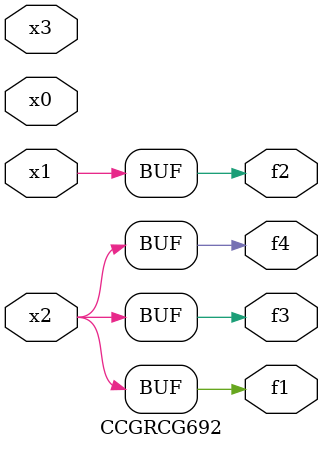
<source format=v>
module CCGRCG692(
	input x0, x1, x2, x3,
	output f1, f2, f3, f4
);
	assign f1 = x2;
	assign f2 = x1;
	assign f3 = x2;
	assign f4 = x2;
endmodule

</source>
